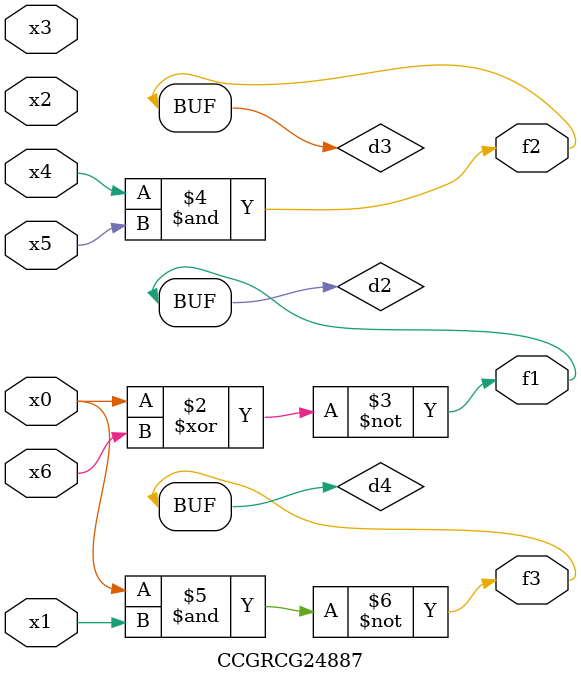
<source format=v>
module CCGRCG24887(
	input x0, x1, x2, x3, x4, x5, x6,
	output f1, f2, f3
);

	wire d1, d2, d3, d4;

	nor (d1, x0);
	xnor (d2, x0, x6);
	and (d3, x4, x5);
	nand (d4, x0, x1);
	assign f1 = d2;
	assign f2 = d3;
	assign f3 = d4;
endmodule

</source>
